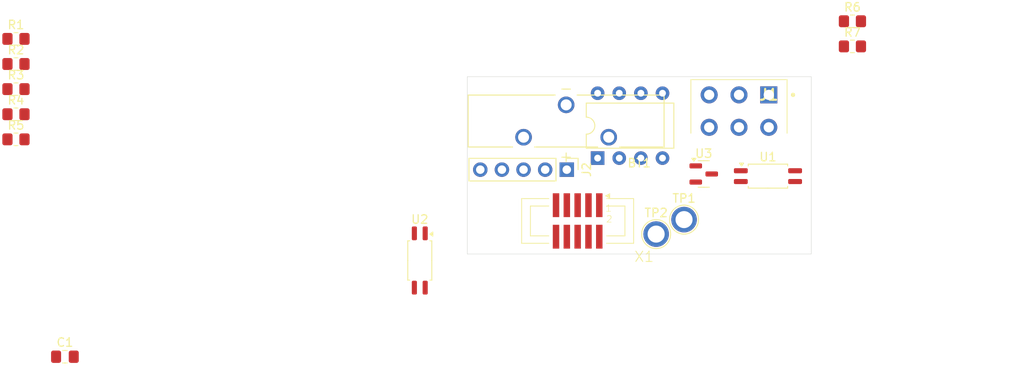
<source format=kicad_pcb>
(kicad_pcb (version 20221018) (generator pcbnew)
  (layers (0 "F.Cu" signal) (31 "B.Cu" signal) (34 "B.Paste" user) (35 "F.Paste" user) (36 "B.SilkS" user "B.Silkscreen") (37 "F.SilkS" user "F.Silkscreen") (38 "B.Mask" user) (39 "F.Mask" user) (44 "Edge.Cuts" user))
  (net 0 "")
  (net 1 "+3.3V")
  (net 2 "GNDD")
  (net 3 "BAT_BOOT")
  (net 6 "FOR_BOOT_OUT")
  (net 7 "TO_BOOT_IN")
  (net 8 "FOR_RESET_OUT")
  (net 9 "TO_RESET_IN")
  (net 10 "RESET")
  (net 11 "Net-(R1-Pad2)")
  (net 12 "Net-(R2-Pad2)")
  (net 13 "Net-(R3-Pad2)")
  (net 14 "Net-(J2-Pin_5)")
  (net 15 "Net-(TP2-Pad1)")
  (net 16 "GND")
  (footprint "Resistor_SMD:R_0805_2012Metric_Pad1.20x1.40mm_HandSolder" (layer "F.Cu") (at 181.118 48.006)
    (fp_text reference "R7" (at 0 -1.65) (layer "F.SilkS"))
    (fp_text value "0")
    (fp_line (start -0.227064 -0.735) (end 0.227064 -0.735) (stroke (width 0.12)) (layer "F.SilkS"))
    (fp_line (start -0.227064 0.735) (end 0.227064 0.735) (stroke (width 0.12)) (layer "F.SilkS"))
    (pad "1" smd roundrect (at -1 0) (size 1.2 1.4) (layers "F.Cu" "F.Paste" "F.Mask") (roundrect_rratio 0.208333) (net 14 "Net-(J2-Pin_5)"))
    (pad "2" smd roundrect (at 1 0) (size 1.2 1.4) (layers "F.Cu" "F.Paste" "F.Mask") (roundrect_rratio 0.208333) (net 2 "GNDD"))
  )
  (footprint "Resistor_SMD:R_0805_2012Metric_Pad1.20x1.40mm_HandSolder" (layer "F.Cu") (at 181.118 45.056)
    (fp_text reference "R6" (at 0 -1.65) (layer "F.SilkS"))
    (fp_text value "0")
    (fp_line (start -0.227064 -0.735) (end 0.227064 -0.735) (stroke (width 0.12)) (layer "F.SilkS"))
    (fp_line (start -0.227064 0.735) (end 0.227064 0.735) (stroke (width 0.12)) (layer "F.SilkS"))
    (pad "1" smd roundrect (at -1 0) (size 1.2 1.4) (layers "F.Cu" "F.Paste" "F.Mask") (roundrect_rratio 0.208333) (net 14 "Net-(J2-Pin_5)"))
    (pad "2" smd roundrect (at 1 0) (size 1.2 1.4) (layers "F.Cu" "F.Paste" "F.Mask") (roundrect_rratio 0.208333) (net 16 "GND"))
  )
  (footprint "Connector_PinHeader_2.54mm:PinHeader_1x05_P2.54mm_Vertical" (layer "F.Cu") (at 147.569 62.484 -90)
    (fp_text reference "J2" (at 0 -2.33 -270) (layer "F.SilkS"))
    (fp_text value "Screw_Terminal_01x06")
    (fp_line (start -1.33 -1.33) (end 0 -1.33) (stroke (width 0.12)) (layer "F.SilkS"))
    (fp_line (start -1.33 0) (end -1.33 -1.33) (stroke (width 0.12)) (layer "F.SilkS"))
    (fp_line (start -1.33 1.27) (end -1.33 11.49) (stroke (width 0.12)) (layer "F.SilkS"))
    (fp_line (start -1.33 1.27) (end 1.33 1.27) (stroke (width 0.12)) (layer "F.SilkS"))
    (fp_line (start -1.33 11.49) (end 1.33 11.49) (stroke (width 0.12)) (layer "F.SilkS"))
    (fp_line (start 1.33 1.27) (end 1.33 11.49) (stroke (width 0.12)) (layer "F.SilkS"))
    (pad "1" thru_hole rect (at 0 0 270) (size 1.7 1.7) (drill 1) (layers "*.Cu" "*.Mask") (net 6 "FOR_BOOT_OUT"))
    (pad "2" thru_hole oval (at 0 2.54 270) (size 1.7 1.7) (drill 1) (layers "*.Cu" "*.Mask") (net 7 "TO_BOOT_IN"))
    (pad "3" thru_hole oval (at 0 5.08 270) (size 1.7 1.7) (drill 1) (layers "*.Cu" "*.Mask") (net 8 "FOR_RESET_OUT"))
    (pad "4" thru_hole oval (at 0 7.62 270) (size 1.7 1.7) (drill 1) (layers "*.Cu" "*.Mask") (net 9 "TO_RESET_IN"))
    (pad "5" thru_hole oval (at 0 10.16 270) (size 1.7 1.7) (drill 1) (layers "*.Cu" "*.Mask") (net 14 "Net-(J2-Pin_5)"))
  )
  (footprint "Resistor_SMD:R_0805_2012Metric_Pad1.20x1.40mm_HandSolder" (layer "F.Cu") (at 82.8745 55.975)
    (fp_text reference "R4" (at 0 -1.65) (layer "F.SilkS"))
    (fp_text value "100")
    (fp_line (start -0.227064 -0.735) (end 0.227064 -0.735) (stroke (width 0.12)) (layer "F.SilkS"))
    (fp_line (start -0.227064 0.735) (end 0.227064 0.735) (stroke (width 0.12)) (layer "F.SilkS"))
    (pad "1" smd roundrect (at -1 0) (size 1.2 1.4) (layers "F.Cu" "F.Paste" "F.Mask") (roundrect_rratio 0.208333) (net 3 "BAT_BOOT"))
    (pad "2" smd roundrect (at 1 0) (size 1.2 1.4) (layers "F.Cu" "F.Paste" "F.Mask") (roundrect_rratio 0.208333) (net 6 "FOR_BOOT_OUT"))
  )
  (footprint "Resistor_SMD:R_0805_2012Metric_Pad1.20x1.40mm_HandSolder" (layer "F.Cu") (at 82.8745 50.075)
    (fp_text reference "R2" (at 0 -1.65) (layer "F.SilkS"))
    (fp_text value "330")
    (fp_line (start -0.227064 -0.735) (end 0.227064 -0.735) (stroke (width 0.12)) (layer "F.SilkS"))
    (fp_line (start -0.227064 0.735) (end 0.227064 0.735) (stroke (width 0.12)) (layer "F.SilkS"))
    (pad "1" smd roundrect (at -1 0) (size 1.2 1.4) (layers "F.Cu" "F.Paste" "F.Mask") (roundrect_rratio 0.208333) (net 9 "TO_RESET_IN"))
    (pad "2" smd roundrect (at 1 0) (size 1.2 1.4) (layers "F.Cu" "F.Paste" "F.Mask") (roundrect_rratio 0.208333) (net 12 "Net-(R2-Pad2)"))
  )
  (footprint "Resistor_SMD:R_0805_2012Metric_Pad1.20x1.40mm_HandSolder" (layer "F.Cu") (at 82.8745 53.025)
    (fp_text reference "R3" (at 0 -1.65) (layer "F.SilkS"))
    (fp_text value "330")
    (fp_line (start -0.227064 -0.735) (end 0.227064 -0.735) (stroke (width 0.12)) (layer "F.SilkS"))
    (fp_line (start -0.227064 0.735) (end 0.227064 0.735) (stroke (width 0.12)) (layer "F.SilkS"))
    (pad "1" smd roundrect (at -1 0) (size 1.2 1.4) (layers "F.Cu" "F.Paste" "F.Mask") (roundrect_rratio 0.208333) (net 7 "TO_BOOT_IN"))
    (pad "2" smd roundrect (at 1 0) (size 1.2 1.4) (layers "F.Cu" "F.Paste" "F.Mask") (roundrect_rratio 0.208333) (net 13 "Net-(R3-Pad2)"))
  )
  (footprint "Package_SO:SOP-4_4.4x2.6mm_P1.27mm" (layer "F.Cu") (at 171.196 63.246)
    (fp_text reference "U1" (at 0 -2.25) (layer "F.SilkS"))
    (fp_text value "FODM217A")
    (fp_line (start -2.31 -1.41) (end -2.31 -1.195) (stroke (width 0.12)) (layer "F.SilkS"))
    (fp_line (start -2.31 1.41) (end -2.31 1.195) (stroke (width 0.12)) (layer "F.SilkS"))
    (fp_line (start 0 -1.41) (end -2.31 -1.41) (stroke (width 0.12)) (layer "F.SilkS"))
    (fp_line (start 0 -1.41) (end 2.31 -1.41) (stroke (width 0.12)) (layer "F.SilkS"))
    (fp_line (start 0 1.41) (end -2.31 1.41) (stroke (width 0.12)) (layer "F.SilkS"))
    (fp_line (start 0 1.41) (end 2.31 1.41) (stroke (width 0.12)) (layer "F.SilkS"))
    (fp_line (start 2.31 -1.41) (end 2.31 -1.195) (stroke (width 0.12)) (layer "F.SilkS"))
    (fp_line (start 2.31 1.41) (end 2.31 1.195) (stroke (width 0.12)) (layer "F.SilkS"))
    (fp_poly (pts (xy -3.1 -1.195) (xy -3.34 -1.525) (xy -2.86 -1.525) (xy -3.1 -1.195)) (stroke (width 0.12)) (fill solid) (layer "F.SilkS"))
    (pad "1" smd roundrect (at -3.1875 -0.635) (size 1.625 0.6) (layers "F.Cu" "F.Paste" "F.Mask") (net 13 "Net-(R3-Pad2)"))
    (pad "2" smd roundrect (at -3.1875 0.635) (size 1.625 0.6) (layers "F.Cu" "F.Paste" "F.Mask") (net 16 "GND"))
    (pad "3" smd roundrect (at 3.1875 0.635) (size 1.625 0.6) (layers "F.Cu" "F.Paste" "F.Mask") (net 15 "Net-(TP2-Pad1)"))
    (pad "4" smd roundrect (at 3.1875 -0.635) (size 1.625 0.6) (layers "F.Cu" "F.Paste" "F.Mask") (net 3 "BAT_BOOT"))
  )
  (footprint "phoneix-IMCV:1830870" (layer "F.Cu") (at 171.2924 53.7 180)
    (fp_text reference "J1" (at 0 0 180) (layer "F.SilkS") (effects (font (size 1.27 1.27) (thickness 0.254))))
    (fp_text value "1WIRE" hide)
    (fp_line (start -2.15 1.79) (end -2.15 -4.51) (stroke (width 0.1)) (layer "F.SilkS"))
    (fp_line (start 9.15 -4.51) (end 9.15 1.79) (stroke (width 0.1)) (layer "F.SilkS"))
    (fp_line (start 9.15 1.79) (end -2.15 1.79) (stroke (width 0.1)) (layer "F.SilkS"))
    (fp_circle (center -2.85 0) (end -2.85 0.05) (stroke (width 0.2)) (fill none) (layer "F.SilkS"))
    (pad "1" thru_hole rect (at 0 0 180) (size 2 2) (drill 1.2) (layers "*.Cu" "*.Mask"))
    (pad "2" thru_hole circle (at 0 -3.81 180) (size 2 2) (drill 1.2) (layers "*.Cu" "*.Mask"))
    (pad "3" thru_hole circle (at 3.5 0 180) (size 2 2) (drill 1.2) (layers "*.Cu" "*.Mask") (net 2 "GNDD"))
    (pad "4" thru_hole circle (at 3.5 -3.81 180) (size 2 2) (drill 1.2) (layers "*.Cu" "*.Mask"))
    (pad "5" thru_hole circle (at 7 0 180) (size 2 2) (drill 1.2) (layers "*.Cu" "*.Mask"))
    (pad "6" thru_hole circle (at 7 -3.81 180) (size 2 2) (drill 1.2) (layers "*.Cu" "*.Mask"))
  )
  (footprint "Package_DIP:DIP-8_W7.62mm" (layer "F.Cu") (at 151.1908 61.1278 90)
    (fp_text reference "U4" hide)
    (fp_text value "LTV-824" hide)
    (fp_line (start 1.16 -1.33) (end 1.16 8.95) (stroke (width 0.12)) (layer "F.SilkS"))
    (fp_line (start 1.16 8.95) (end 6.46 8.95) (stroke (width 0.12)) (layer "F.SilkS"))
    (fp_line (start 2.81 -1.33) (end 1.16 -1.33) (stroke (width 0.12)) (layer "F.SilkS"))
    (fp_line (start 6.46 -1.33) (end 4.81 -1.33) (stroke (width 0.12)) (layer "F.SilkS"))
    (fp_line (start 6.46 8.95) (end 6.46 -1.33) (stroke (width 0.12)) (layer "F.SilkS"))
    (fp_arc (start 4.81 -1.33) (mid 3.81 -0.33) (end 2.81 -1.33) (stroke (width 0.12)) (layer "F.SilkS"))
    (pad "1" thru_hole rect (at 0 0 90) (size 1.6 1.6) (drill 0.8) (layers "*.Cu" "*.Mask"))
    (pad "2" thru_hole oval (at 0 2.54 90) (size 1.6 1.6) (drill 0.8) (layers "*.Cu" "*.Mask"))
    (pad "3" thru_hole oval (at 0 5.08 90) (size 1.6 1.6) (drill 0.8) (layers "*.Cu" "*.Mask"))
    (pad "4" thru_hole oval (at 0 7.62 90) (size 1.6 1.6) (drill 0.8) (layers "*.Cu" "*.Mask"))
    (pad "5" thru_hole oval (at 7.62 7.62 90) (size 1.6 1.6) (drill 0.8) (layers "*.Cu" "*.Mask"))
    (pad "6" thru_hole oval (at 7.62 5.08 90) (size 1.6 1.6) (drill 0.8) (layers "*.Cu" "*.Mask"))
    (pad "7" thru_hole oval (at 7.62 2.54 90) (size 1.6 1.6) (drill 0.8) (layers "*.Cu" "*.Mask"))
    (pad "8" thru_hole oval (at 7.62 0 90) (size 1.6 1.6) (drill 0.8) (layers "*.Cu" "*.Mask"))
  )
  (footprint "Package_SO:SOP-4_4.4x2.6mm_P1.27mm" (layer "F.Cu") (at 130.302 73.152 -90)
    (fp_text reference "U2" (at -4.826 0 -180) (layer "F.SilkS"))
    (fp_text value "FODM217A")
    (fp_line (start -2.31 -1.41) (end -2.31 -1.195) (stroke (width 0.12)) (layer "F.SilkS"))
    (fp_line (start -2.31 1.41) (end -2.31 1.195) (stroke (width 0.12)) (layer "F.SilkS"))
    (fp_line (start 0 -1.41) (end -2.31 -1.41) (stroke (width 0.12)) (layer "F.SilkS"))
    (fp_line (start 0 -1.41) (end 2.31 -1.41) (stroke (width 0.12)) (layer "F.SilkS"))
    (fp_line (start 0 1.41) (end -2.31 1.41) (stroke (width 0.12)) (layer "F.SilkS"))
    (fp_line (start 0 1.41) (end 2.31 1.41) (stroke (width 0.12)) (layer "F.SilkS"))
    (fp_line (start 2.31 -1.41) (end 2.31 -1.195) (stroke (width 0.12)) (layer "F.SilkS"))
    (fp_line (start 2.31 1.41) (end 2.31 1.195) (stroke (width 0.12)) (layer "F.SilkS"))
    (fp_poly (pts (xy -3.1 -1.195) (xy -3.34 -1.525) (xy -2.86 -1.525) (xy -3.1 -1.195)) (stroke (width 0.12)) (fill solid) (layer "F.SilkS"))
    (pad "1" smd roundrect (at -3.1875 -0.635 270) (size 1.625 0.6) (layers "F.Cu" "F.Paste" "F.Mask") (net 12 "Net-(R2-Pad2)"))
    (pad "2" smd roundrect (at -3.1875 0.635 270) (size 1.625 0.6) (layers "F.Cu" "F.Paste" "F.Mask") (net 16 "GND"))
    (pad "3" smd roundrect (at 3.1875 0.635 270) (size 1.625 0.6) (layers "F.Cu" "F.Paste" "F.Mask") (net 2 "GNDD"))
    (pad "4" smd roundrect (at 3.1875 -0.635 270) (size 1.625 0.6) (layers "F.Cu" "F.Paste" "F.Mask") (net 10 "RESET"))
  )
  (footprint "TestPoint:TestPoint_Plated_Hole_D2.0mm" (layer "F.Cu") (at 161.3408 68.3514)
    (fp_text reference "TP1" (at 0 -2.498) (layer "F.SilkS"))
    (fp_text value "ResetTp")
    (fp_circle (center 0 0) (end 0 -1.7) (stroke (width 0.12)) (fill none) (layer "F.SilkS"))
    (pad "1" thru_hole circle (at 0 0) (size 3 3) (drill 2) (layers "*.Cu" "*.Mask") (net 11 "Net-(R1-Pad2)"))
  )
  (footprint "ParaTNC-imported:PHB_1MM27_2X05_SNS" (layer "F.Cu") (at 148.844 68.508 180)
    (fp_text reference "X1" (at -6.5881 -3.4949) (layer "F.SilkS") (effects (font (size 1.2065 1.2065) (thickness 0.1143)) (justify left top)))
    (fp_text value "SHF-105-01-L-D-SM")
    (fp_text user "1" (at -4.0481 1.0319) (layer "F.SilkS") (effects (font (size 0.77216 0.77216) (thickness 0.073152)) (justify right bottom)))
    (fp_text user "2" (at -4.1275 -0.2381) (layer "F.SilkS") (effects (font (size 0.77216 0.77216) (thickness 0.073152)) (justify right bottom)))
    (fp_line (start -6.575 -2.625) (end -6.575 2.625) (stroke (width 0.1016)) (layer "F.SilkS"))
    (fp_line (start -6.575 2.625) (end -3.41 2.625) (stroke (width 0.1016)) (layer "F.SilkS"))
    (fp_line (start -5.55 -1.75) (end -5.55 1.75) (stroke (width 0.1016)) (layer "F.SilkS"))
    (fp_line (start -5.55 1.75) (end -3.39 1.75) (stroke (width 0.1016)) (layer "F.SilkS"))
    (fp_line (start -3.41 -1.75) (end -5.55 -1.75) (stroke (width 0.1016)) (layer "F.SilkS"))
    (fp_line (start -3.385 -2.625) (end -6.575 -2.625) (stroke (width 0.1016)) (layer "F.SilkS"))
    (fp_line (start 3.39 1.75) (end 5.55 1.75) (stroke (width 0.1016)) (layer "F.SilkS"))
    (fp_line (start 3.39 2.625) (end 6.575 2.625) (stroke (width 0.1016)) (layer "F.SilkS"))
    (fp_line (start 5.55 -1.75) (end 3.39 -1.75) (stroke (width 0.1016)) (layer "F.SilkS"))
    (fp_line (start 5.55 1.75) (end 5.55 -1.75) (stroke (width 0.1016)) (layer "F.SilkS"))
    (fp_line (start 6.575 -2.625) (end 3.385 -2.625) (stroke (width 0.1016)) (layer "F.SilkS"))
    (fp_line (start 6.575 2.625) (end 6.575 -2.625) (stroke (width 0.1016)) (layer "F.SilkS"))
    (fp_poly (pts (xy -3.1782 2.9464) (xy -3.8132 2.6289) (xy -3.8132 3.2639)) (fill solid) (layer "F.SilkS"))
    (pad "1" smd rect (at -2.54 1.85 180) (size 0.76 2.8) (layers "F.Cu" "F.Paste" "F.Mask") (net 1 "+3.3V"))
    (pad "2" smd rect (at -2.54 -1.85 180) (size 0.76 2.8) (layers "F.Cu" "F.Paste" "F.Mask"))
    (pad "3" smd rect (at -1.27 1.85 180) (size 0.76 2.8) (layers "F.Cu" "F.Paste" "F.Mask") (net 2 "GNDD"))
    (pad "4" smd rect (at -1.27 -1.85 180) (size 0.76 2.8) (layers "F.Cu" "F.Paste" "F.Mask"))
    (pad "5" smd rect (at 0 1.85 180) (size 0.76 2.8) (layers "F.Cu" "F.Paste" "F.Mask") (net 2 "GNDD"))
    (pad "6" smd rect (at 0 -1.85 180) (size 0.76 2.8) (layers "F.Cu" "F.Paste" "F.Mask"))
    (pad "7" smd rect (at 1.27 1.85 180) (size 0.76 2.8) (layers "F.Cu" "F.Paste" "F.Mask"))
    (pad "8" smd rect (at 1.27 -1.85 180) (size 0.76 2.8) (layers "F.Cu" "F.Paste" "F.Mask"))
    (pad "9" smd rect (at 2.54 1.85 180) (size 0.76 2.8) (layers "F.Cu" "F.Paste" "F.Mask"))
    (pad "10" smd rect (at 2.54 -1.85 180) (size 0.76 2.8) (layers "F.Cu" "F.Paste" "F.Mask") (net 10 "RESET"))
  )
  (footprint "TestPoint:TestPoint_Plated_Hole_D2.0mm" (layer "F.Cu") (at 158.0642 70.0532)
    (fp_text reference "TP2" (at 0 -2.498) (layer "F.SilkS"))
    (fp_text value "BootTp")
    (fp_circle (center 0 0) (end 0 -1.7) (stroke (width 0.12)) (fill none) (layer "F.SilkS"))
    (pad "1" thru_hole circle (at 0 0) (size 3 3) (drill 2) (layers "*.Cu" "*.Mask") (net 15 "Net-(TP2-Pad1)"))
  )
  (footprint "Resistor_SMD:R_0805_2012Metric_Pad1.20x1.40mm_HandSolder" (layer "F.Cu") (at 82.8745 58.925)
    (fp_text reference "R5" (at 0 -1.65) (layer "F.SilkS"))
    (fp_text value "100")
    (fp_line (start -0.227064 -0.735) (end 0.227064 -0.735) (stroke (width 0.12)) (layer "F.SilkS"))
    (fp_line (start -0.227064 0.735) (end 0.227064 0.735) (stroke (width 0.12)) (layer "F.SilkS"))
    (pad "1" smd roundrect (at -1 0) (size 1.2 1.4) (layers "F.Cu" "F.Paste" "F.Mask") (roundrect_rratio 0.208333) (net 3 "BAT_BOOT"))
    (pad "2" smd roundrect (at 1 0) (size 1.2 1.4) (layers "F.Cu" "F.Paste" "F.Mask") (roundrect_rratio 0.208333) (net 8 "FOR_RESET_OUT"))
  )
  (footprint "Capacitor_SMD:C_0805_2012Metric_Pad1.18x1.45mm_HandSolder" (layer "F.Cu") (at 88.6245 84.455)
    (fp_text reference "C1" (at 0 -1.68) (layer "F.SilkS"))
    (fp_text value "330n")
    (fp_line (start -0.261252 -0.735) (end 0.261252 -0.735) (stroke (width 0.12)) (layer "F.SilkS"))
    (fp_line (start -0.261252 0.735) (end 0.261252 0.735) (stroke (width 0.12)) (layer "F.SilkS"))
    (pad "1" smd roundrect (at -1.0375 0) (size 1.175 1.45) (layers "F.Cu" "F.Paste" "F.Mask") (roundrect_rratio 0.212766) (net 1 "+3.3V"))
    (pad "2" smd roundrect (at 1.0375 0) (size 1.175 1.45) (layers "F.Cu" "F.Paste" "F.Mask") (roundrect_rratio 0.212766) (net 2 "GNDD"))
  )
  (footprint "Resistor_SMD:R_0805_2012Metric_Pad1.20x1.40mm_HandSolder" (layer "F.Cu") (at 82.8745 47.125)
    (fp_text reference "R1" (at 0 -1.65) (layer "F.SilkS"))
    (fp_text value "0")
    (fp_line (start -0.227064 -0.735) (end 0.227064 -0.735) (stroke (width 0.12)) (layer "F.SilkS"))
    (fp_line (start -0.227064 0.735) (end 0.227064 0.735) (stroke (width 0.12)) (layer "F.SilkS"))
    (pad "1" smd roundrect (at -1 0) (size 1.2 1.4) (layers "F.Cu" "F.Paste" "F.Mask") (roundrect_rratio 0.208333) (net 10 "RESET"))
    (pad "2" smd roundrect (at 1 0) (size 1.2 1.4) (layers "F.Cu" "F.Paste" "F.Mask") (roundrect_rratio 0.208333) (net 11 "Net-(R1-Pad2)"))
  )
  (footprint "Package_TO_SOT_SMD:SOT-23" (layer "F.Cu") (at 163.6545 62.992)
    (fp_text reference "U3" (at 0 -2.4) (layer "F.SilkS"))
    (fp_text value "MCP130T-300I/TT")
    (fp_line (start 0 -1.56) (end -0.65 -1.56) (stroke (width 0.12)) (layer "F.SilkS"))
    (fp_line (start 0 -1.56) (end 0.65 -1.56) (stroke (width 0.12)) (layer "F.SilkS"))
    (fp_line (start 0 1.56) (end -0.65 1.56) (stroke (width 0.12)) (layer "F.SilkS"))
    (fp_line (start 0 1.56) (end 0.65 1.56) (stroke (width 0.12)) (layer "F.SilkS"))
    (fp_poly (pts (xy -1.1625 -1.51) (xy -1.4025 -1.84) (xy -0.9225 -1.84) (xy -1.1625 -1.51)) (stroke (width 0.12)) (fill solid) (layer "F.SilkS"))
    (pad "1" smd roundrect (at -0.9375 -0.95) (size 1.475 0.6) (layers "F.Cu" "F.Paste" "F.Mask") (net 10 "RESET"))
    (pad "2" smd roundrect (at -0.9375 0.95) (size 1.475 0.6) (layers "F.Cu" "F.Paste" "F.Mask") (net 1 "+3.3V"))
    (pad "3" smd roundrect (at 0.9375 0) (size 1.475 0.6) (layers "F.Cu" "F.Paste" "F.Mask") (net 2 "GNDD"))
  )
  (footprint "battery_keystone:BAT_1074" (layer "F.Cu") (at 147.494 56.774 180)
    (fp_text reference "BT1" (at -8.575 -4.935) (layer "F.SilkS"))
    (fp_text value "Battery_Cell")
    (fp_line (start -11.5 -3.05) (end -11.5 3.05) (stroke (width 0.127)) (layer "F.SilkS"))
    (fp_line (start -11.5 3.05) (end -1.295 3.05) (stroke (width 0.127)) (layer "F.SilkS"))
    (fp_line (start -6.295 -3.05) (end -11.5 -3.05) (stroke (width 0.127)) (layer "F.SilkS"))
    (fp_line (start -3.705 -3.05) (end 3.705 -3.05) (stroke (width 0.127)) (layer "F.SilkS"))
    (fp_line (start -0.5 -4.25) (end 0.5 -4.25) (stroke (width 0.127)) (layer "F.SilkS"))
    (fp_line (start -0.5 3.75) (end 0.5 3.75) (stroke (width 0.127)) (layer "F.SilkS"))
    (fp_line (start 0 -3.75) (end 0 -4.75) (stroke (width 0.127)) (layer "F.SilkS"))
    (fp_line (start 1.295 3.05) (end 11.5 3.05) (stroke (width 0.127)) (layer "F.SilkS"))
    (fp_line (start 11.5 -3.05) (end 6.295 -3.05) (stroke (width 0.127)) (layer "F.SilkS"))
    (fp_line (start 11.5 3.05) (end 11.5 -3.05) (stroke (width 0.127)) (layer "F.SilkS"))
    (pad "N" thru_hole circle (at 0 1.9 180) (size 1.95 1.95) (drill 1.3) (layers "*.Cu" "*.Mask") (net 2 "GNDD"))
    (pad "P_1" thru_hole circle (at -5 -1.9 180) (size 1.95 1.95) (drill 1.3) (layers "*.Cu" "*.Mask") (net 3 "BAT_BOOT"))
    (pad "P_2" thru_hole circle (at 5 -1.9 180) (size 1.95 1.95) (drill 1.3) (layers "*.Cu" "*.Mask") (net 3 "BAT_BOOT"))
  )
  (gr_line (start 135.89 72.39) (end 176.276 72.39) (stroke (width 0.05)) (layer "Edge.Cuts"))
  (gr_line (start 176.276 72.39) (end 176.276 51.816) (stroke (width 0.05)) (layer "Edge.Cuts"))
  (gr_line (start 135.89 51.562) (end 135.89 72.39) (stroke (width 0.05)) (layer "Edge.Cuts"))
  (gr_line (start 176.276 51.816) (end 176.276 51.562) (stroke (width 0.05)) (layer "Edge.Cuts"))
  (gr_line (start 176.276 51.562) (end 135.89 51.562) (stroke (width 0.05)) (layer "Edge.Cuts"))
)
</source>
